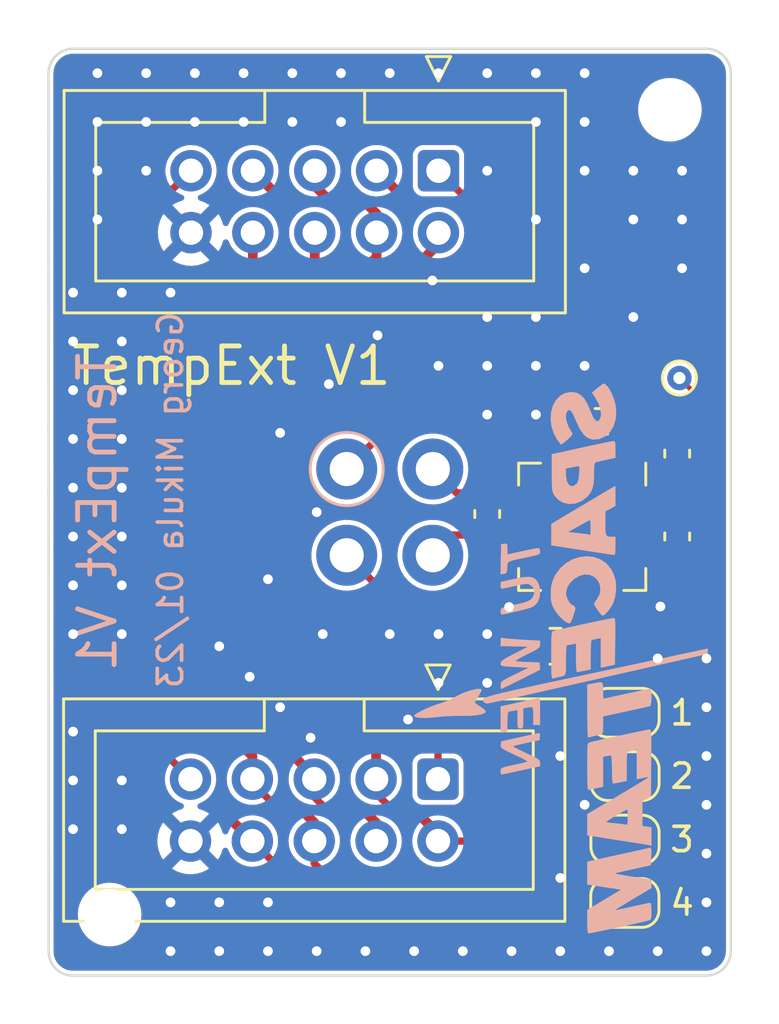
<source format=kicad_pcb>
(kicad_pcb (version 20211014) (generator pcbnew)
  (layers (0 "F.Cu" signal) (31 "B.Cu" signal) (34 "B.Paste" user) (35 "F.Paste" user) (36 "B.SilkS" user "B.Silkscreen") (37 "F.SilkS" user "F.Silkscreen") (38 "B.Mask" user) (39 "F.Mask" user) (44 "Edge.Cuts" user))
  (net 0 "")
  (net 1 "GND")
  (net 2 "Net-(R1-Pad1)")
  (net 3 "Net-(R1-Pad2)")
  (net 5 "/SPI_CLK")
  (net 6 "/SPI_MOSI")
  (net 7 "/SPI_MISO")
  (net 8 "+3V3")
  (net 9 "Net-(J2-Pad8)")
  (net 10 "Net-(J2-Pad7)")
  (net 11 "Net-(J2-Pad6)")
  (net 12 "Net-(J2-Pad5)")
  (net 13 "/SPI_NSS")
  (net 14 "Net-(J2-Pad9)")
  (net 15 "Net-(J1-Pad3)")
  (net 16 "Net-(U1-Pad7)")
  (net 17 "Net-(U1-Pad9)")
  (net 18 "Net-(U1-Pad5)")
  (net 19 "Net-(J2-Pad3)")
  (net 20 "Net-(U1-Pad18)")
  (footprint "TestPoint:TestPoint_THTPad_D1.0mm_Drill0.5mm" (layer "F.Cu") (at 134.891106 106.499999)
    (fp_text reference "TP1" hide)
    (fp_text value "TestPoint" hide)
    (pad "1" thru_hole circle (at 0 0) (size 1 1) (drill 0.5) (layers *.Cu *.Mask) (net 20 "Net-(U1-Pad18)"))
  )
  (footprint "Resistor_SMD:R_0805_2012Metric" (layer "F.Cu") (at 129.8 117.5)
    (fp_text reference "R2" hide)
    (fp_text value "0R" hide)
    (pad "1" smd roundrect (at -0.9125 0) (size 1.025 1.4) (layers "F.Cu" "F.Paste" "F.Mask") (roundrect_rratio 0.243902439) (net 6 "/SPI_MOSI"))
    (pad "2" smd roundrect (at 0.9125 0) (size 1.025 1.4) (layers "F.Cu" "F.Paste" "F.Mask") (roundrect_rratio 0.243902439) (net 19 "Net-(J2-Pad3)"))
  )
  (footprint "Jumper:SolderJumper-2_P1.3mm_Open_RoundedPad1.0x1.5mm" (layer "F.Cu") (at 132.657233 122.825 180)
    (fp_text reference "JP2" hide)
    (fp_text value "Jumper_2_Open" hide)
    (pad "1" smd custom (at -0.65 0 180) (size 1 0.5) (layers "F.Cu" "F.Mask") (net 13 "/SPI_NSS") (options (clearance outline) (anchor rect)) (primitives (gr_circle (center 0 0.25) (end 0.5 0.25) (width 0) (fill yes)) (gr_circle (center 0 -0.25) (end 0.5 -0.25) (width 0) (fill yes)) (gr_poly (pts (xy 0.5 0.75) (xy 0 0.75) (xy 0 -0.75) (xy 0.5 -0.75)) (width 0) (fill yes))))
    (pad "2" smd custom (at 0.65 0 180) (size 1 0.5) (layers "F.Cu" "F.Mask") (net 11 "Net-(J2-Pad6)") (options (clearance outline) (anchor rect)) (primitives (gr_circle (center 0 0.25) (end 0.5 0.25) (width 0) (fill yes)) (gr_circle (center 0 -0.25) (end 0.5 -0.25) (width 0) (fill yes)) (gr_poly (pts (xy 0 0.75) (xy -0.5 0.75) (xy -0.5 -0.75) (xy 0 -0.75)) (width 0) (fill yes))))
  )
  (footprint "Jumper:SolderJumper-2_P1.3mm_Open_RoundedPad1.0x1.5mm" (layer "F.Cu") (at 132.657233 125.425 180)
    (fp_text reference "JP3" hide)
    (fp_text value "Jumper_2_Open" hide)
    (pad "1" smd custom (at -0.65 0 180) (size 1 0.5) (layers "F.Cu" "F.Mask") (net 13 "/SPI_NSS") (options (clearance outline) (anchor rect)) (primitives (gr_circle (center 0 0.25) (end 0.5 0.25) (width 0) (fill yes)) (gr_circle (center 0 -0.25) (end 0.5 -0.25) (width 0) (fill yes)) (gr_poly (pts (xy 0.5 0.75) (xy 0 0.75) (xy 0 -0.75) (xy 0.5 -0.75)) (width 0) (fill yes))))
    (pad "2" smd custom (at 0.65 0 180) (size 1 0.5) (layers "F.Cu" "F.Mask") (net 10 "Net-(J2-Pad7)") (options (clearance outline) (anchor rect)) (primitives (gr_circle (center 0 0.25) (end 0.5 0.25) (width 0) (fill yes)) (gr_circle (center 0 -0.25) (end 0.5 -0.25) (width 0) (fill yes)) (gr_poly (pts (xy 0 0.75) (xy -0.5 0.75) (xy -0.5 -0.75) (xy 0 -0.75)) (width 0) (fill yes))))
  )
  (footprint "Jumper:SolderJumper-2_P1.3mm_Open_RoundedPad1.0x1.5mm" (layer "F.Cu") (at 132.65 128.025 180)
    (fp_text reference "JP4" hide)
    (fp_text value "Jumper_2_Open" hide)
    (pad "1" smd custom (at -0.65 0 180) (size 1 0.5) (layers "F.Cu" "F.Mask") (net 13 "/SPI_NSS") (options (clearance outline) (anchor rect)) (primitives (gr_circle (center 0 0.25) (end 0.5 0.25) (width 0) (fill yes)) (gr_circle (center 0 -0.25) (end 0.5 -0.25) (width 0) (fill yes)) (gr_poly (pts (xy 0.5 0.75) (xy 0 0.75) (xy 0 -0.75) (xy 0.5 -0.75)) (width 0) (fill yes))))
    (pad "2" smd custom (at 0.65 0 180) (size 1 0.5) (layers "F.Cu" "F.Mask") (net 9 "Net-(J2-Pad8)") (options (clearance outline) (anchor rect)) (primitives (gr_circle (center 0 0.25) (end 0.5 0.25) (width 0) (fill yes)) (gr_circle (center 0 -0.25) (end 0.5 -0.25) (width 0) (fill yes)) (gr_poly (pts (xy 0 0.75) (xy -0.5 0.75) (xy -0.5 -0.75) (xy 0 -0.75)) (width 0) (fill yes))))
  )
  (footprint "Jumper:SolderJumper-2_P1.3mm_Open_RoundedPad1.0x1.5mm" (layer "F.Cu") (at 132.657233 120.225 180)
    (fp_text reference "JP1" hide)
    (fp_text value "Jumper_2_Open" hide)
    (pad "1" smd custom (at -0.65 0 180) (size 1 0.5) (layers "F.Cu" "F.Mask") (net 13 "/SPI_NSS") (options (clearance outline) (anchor rect)) (primitives (gr_circle (center 0 0.25) (end 0.5 0.25) (width 0) (fill yes)) (gr_circle (center 0 -0.25) (end 0.5 -0.25) (width 0) (fill yes)) (gr_poly (pts (xy 0.5 0.75) (xy 0 0.75) (xy 0 -0.75) (xy 0.5 -0.75)) (width 0) (fill yes))))
    (pad "2" smd custom (at 0.65 0 180) (size 1 0.5) (layers "F.Cu" "F.Mask") (net 12 "Net-(J2-Pad5)") (options (clearance outline) (anchor rect)) (primitives (gr_circle (center 0 0.25) (end 0.5 0.25) (width 0) (fill yes)) (gr_circle (center 0 -0.25) (end 0.5 -0.25) (width 0) (fill yes)) (gr_poly (pts (xy 0 0.75) (xy -0.5 0.75) (xy -0.5 -0.75) (xy 0 -0.75)) (width 0) (fill yes))))
  )
  (footprint "Connector_IDC:IDC-Header_2x05_P2.54mm_Vertical" (layer "F.Cu") (at 125 98 -90)
    (fp_text reference "J3" hide)
    (fp_text value "Conn_01x10" hide)
    (pad "1" thru_hole roundrect (at 0 0 270) (size 1.7 1.7) (drill 1) (layers *.Cu *.Mask) (roundrect_rratio 0.1470588235) (net 8 "+3V3"))
    (pad "2" thru_hole circle (at 2.54 0 270) (size 1.7 1.7) (drill 1) (layers *.Cu *.Mask) (net 5 "/SPI_CLK"))
    (pad "3" thru_hole circle (at 0 2.54 270) (size 1.7 1.7) (drill 1) (layers *.Cu *.Mask) (net 19 "Net-(J2-Pad3)"))
    (pad "4" thru_hole circle (at 2.54 2.54 270) (size 1.7 1.7) (drill 1) (layers *.Cu *.Mask) (net 7 "/SPI_MISO"))
    (pad "5" thru_hole circle (at 0 5.08 270) (size 1.7 1.7) (drill 1) (layers *.Cu *.Mask) (net 12 "Net-(J2-Pad5)"))
    (pad "6" thru_hole circle (at 2.54 5.08 270) (size 1.7 1.7) (drill 1) (layers *.Cu *.Mask) (net 11 "Net-(J2-Pad6)"))
    (pad "7" thru_hole circle (at 0 7.62 270) (size 1.7 1.7) (drill 1) (layers *.Cu *.Mask) (net 10 "Net-(J2-Pad7)"))
    (pad "8" thru_hole circle (at 2.54 7.62 270) (size 1.7 1.7) (drill 1) (layers *.Cu *.Mask) (net 9 "Net-(J2-Pad8)"))
    (pad "9" thru_hole circle (at 0 10.16 270) (size 1.7 1.7) (drill 1) (layers *.Cu *.Mask) (net 14 "Net-(J2-Pad9)"))
    (pad "10" thru_hole circle (at 2.54 10.16 270) (size 1.7 1.7) (drill 1) (layers *.Cu *.Mask) (net 1 "GND"))
  )
  (footprint "Capacitor_SMD:C_0603_1608Metric_Pad1.08x0.95mm_HandSolder" (layer "F.Cu") (at 134.8 109.6 90)
    (fp_text reference "C2" hide)
    (fp_text value "100n" hide)
    (pad "1" smd roundrect (at -0.8625 0 90) (size 1.075 0.95) (layers "F.Cu" "F.Paste" "F.Mask") (net 8 "+3V3"))
    (pad "2" smd roundrect (at 0.8625 0 90) (size 1.075 0.95) (layers "F.Cu" "F.Paste" "F.Mask") (net 1 "GND"))
  )
  (footprint "Resistor_SMD:R_0603_1608Metric_Pad0.98x0.95mm_HandSolder" (layer "F.Cu") (at 131.685 108.275 180)
    (fp_text reference "R1" hide)
    (fp_text value "400" hide)
    (pad "1" smd roundrect (at -0.9125 0 180) (size 0.975 0.95) (layers "F.Cu" "F.Paste" "F.Mask") (net 2 "Net-(R1-Pad1)"))
    (pad "2" smd roundrect (at 0.9125 0 180) (size 0.975 0.95) (layers "F.Cu" "F.Paste" "F.Mask") (net 3 "Net-(R1-Pad2)"))
  )
  (footprint "Capacitor_SMD:C_0603_1608Metric_Pad1.08x0.95mm_HandSolder" (layer "F.Cu") (at 127 112.075 -90)
    (fp_text reference "C3" hide)
    (fp_text value "100n" hide)
    (pad "1" smd roundrect (at -0.8625 0 270) (size 1.075 0.95) (layers "F.Cu" "F.Paste" "F.Mask") (net 16 "Net-(U1-Pad7)"))
    (pad "2" smd roundrect (at 0.8625 0 270) (size 1.075 0.95) (layers "F.Cu" "F.Paste" "F.Mask") (net 15 "Net-(J1-Pad3)"))
  )
  (footprint "Package_DFN_QFN:TQFN-20-1EP_5x5mm_P0.65mm_EP3.25x3.25mm" (layer "F.Cu") (at 130.9 112.6 -90)
    (fp_text reference "U1" hide)
    (fp_text value "MAX31865xTP" hide)
    (pad "1" smd roundrect (at -2.4375 -1.3 270) (size 0.825 0.3) (layers "F.Cu" "F.Paste" "F.Mask") (net 2 "Net-(R1-Pad1)"))
    (pad "2" smd roundrect (at -2.4375 -0.65 270) (size 0.825 0.3) (layers "F.Cu" "F.Paste" "F.Mask") (net 2 "Net-(R1-Pad1)"))
    (pad "3" smd roundrect (at -2.4375 0 270) (size 0.825 0.3) (layers "F.Cu" "F.Paste" "F.Mask") (net 3 "Net-(R1-Pad2)"))
    (pad "4" smd roundrect (at -2.4375 0.65 270) (size 0.825 0.3) (layers "F.Cu" "F.Paste" "F.Mask") (net 3 "Net-(R1-Pad2)"))
    (pad "5" smd roundrect (at -2.4375 1.3 270) (size 0.825 0.3) (layers "F.Cu" "F.Paste" "F.Mask") (net 18 "Net-(U1-Pad5)"))
    (pad "6" smd roundrect (at -1.3 2.4375 270) (size 0.3 0.825) (layers "F.Cu" "F.Paste" "F.Mask") (net 1 "GND"))
    (pad "7" smd roundrect (at -0.65 2.4375 270) (size 0.3 0.825) (layers "F.Cu" "F.Paste" "F.Mask") (net 16 "Net-(U1-Pad7)"))
    (pad "8" smd roundrect (at 0 2.4375 270) (size 0.3 0.825) (layers "F.Cu" "F.Paste" "F.Mask") (net 15 "Net-(J1-Pad3)"))
    (pad "9" smd roundrect (at 0.65 2.4375 270) (size 0.3 0.825) (layers "F.Cu" "F.Paste" "F.Mask") (net 17 "Net-(U1-Pad9)"))
    (pad "10" smd roundrect (at 1.3 2.4375 270) (size 0.3 0.825) (layers "F.Cu" "F.Paste" "F.Mask") (net 1 "GND"))
    (pad "11" smd roundrect (at 2.4375 1.3 270) (size 0.825 0.3) (layers "F.Cu" "F.Paste" "F.Mask") (net 6 "/SPI_MOSI"))
    (pad "12" smd roundrect (at 2.4375 0.65 270) (size 0.825 0.3) (layers "F.Cu" "F.Paste" "F.Mask") (net 5 "/SPI_CLK"))
    (pad "13" smd roundrect (at 2.4375 0 270) (size 0.825 0.3) (layers "F.Cu" "F.Paste" "F.Mask") (net 13 "/SPI_NSS"))
    (pad "14" smd roundrect (at 2.4375 -0.65 270) (size 0.825 0.3) (layers "F.Cu" "F.Paste" "F.Mask") (net 7 "/SPI_MISO"))
    (pad "15" smd roundrect (at 2.4375 -1.3 270) (size 0.825 0.3) (layers "F.Cu" "F.Paste" "F.Mask") (net 1 "GND"))
    (pad "16" smd roundrect (at 1.3 -2.4375 270) (size 0.3 0.825) (layers "F.Cu" "F.Paste" "F.Mask") (net 1 "GND"))
    (pad "17" smd roundrect (at 0.65 -2.4375 270) (size 0.3 0.825) (layers "F.Cu" "F.Paste" "F.Mask"))
    (pad "18" smd roundrect (at 0 -2.4375 270) (size 0.3 0.825) (layers "F.Cu" "F.Paste" "F.Mask") (net 20 "Net-(U1-Pad18)"))
    (pad "19" smd roundrect (at -0.65 -2.4375 270) (size 0.3 0.825) (layers "F.Cu" "F.Paste" "F.Mask") (net 8 "+3V3"))
    (pad "20" smd roundrect (at -1.3 -2.4375 270) (size 0.3 0.825) (layers "F.Cu" "F.Paste" "F.Mask") (net 8 "+3V3"))
    (pad "21" smd rect (at 0 0 270) (size 3.25 3.25) (layers "F.Cu" "F.Mask") (net 1 "GND"))
  )
  (footprint "Capacitor_SMD:C_0603_1608Metric_Pad1.08x0.95mm_HandSolder" (layer "F.Cu") (at 134.8 113 -90)
    (fp_text reference "C1" hide)
    (fp_text value "100n" hide)
    (pad "1" smd roundrect (at -0.8625 0 270) (size 1.075 0.95) (layers "F.Cu" "F.Paste" "F.Mask") (net 8 "+3V3"))
    (pad "2" smd roundrect (at 0.8625 0 270) (size 1.075 0.95) (layers "F.Cu" "F.Paste" "F.Mask") (net 1 "GND"))
  )
  (footprint "Connector_IDC:IDC-Header_2x05_P2.54mm_Vertical" (layer "F.Cu") (at 124.98 122.9475 -90)
    (fp_text reference "J2" hide)
    (fp_text value "Conn_01x10" hide)
    (pad "1" thru_hole roundrect (at 0 0 270) (size 1.7 1.7) (drill 1) (layers *.Cu *.Mask) (roundrect_rratio 0.1470588235) (net 8 "+3V3"))
    (pad "2" thru_hole circle (at 2.54 0 270) (size 1.7 1.7) (drill 1) (layers *.Cu *.Mask) (net 5 "/SPI_CLK"))
    (pad "3" thru_hole circle (at 0 2.54 270) (size 1.7 1.7) (drill 1) (layers *.Cu *.Mask) (net 19 "Net-(J2-Pad3)"))
    (pad "4" thru_hole circle (at 2.54 2.54 270) (size 1.7 1.7) (drill 1) (layers *.Cu *.Mask) (net 7 "/SPI_MISO"))
    (pad "5" thru_hole circle (at 0 5.08 270) (size 1.7 1.7) (drill 1) (layers *.Cu *.Mask) (net 12 "Net-(J2-Pad5)"))
    (pad "6" thru_hole circle (at 2.54 5.08 270) (size 1.7 1.7) (drill 1) (layers *.Cu *.Mask) (net 11 "Net-(J2-Pad6)"))
    (pad "7" thru_hole circle (at 0 7.62 270) (size 1.7 1.7) (drill 1) (layers *.Cu *.Mask) (net 10 "Net-(J2-Pad7)"))
    (pad "8" thru_hole circle (at 2.54 7.62 270) (size 1.7 1.7) (drill 1) (layers *.Cu *.Mask) (net 9 "Net-(J2-Pad8)"))
    (pad "9" thru_hole circle (at 0 10.16 270) (size 1.7 1.7) (drill 1) (layers *.Cu *.Mask) (net 14 "Net-(J2-Pad9)"))
    (pad "10" thru_hole circle (at 2.54 10.16 270) (size 1.7 1.7) (drill 1) (layers *.Cu *.Mask) (net 1 "GND"))
  )
  (footprint "TXV_Library_Footprints:TE_M12_4_Pin_PCB" (layer "B.Cu") (at 123 112 180)
    (fp_text reference "J1" hide)
    (fp_text value "Conn_01x04" hide)
    (pad "1" thru_hole circle locked (at 1.767767 1.767767 270) (size 2.5 2.5) (drill 1.4) (layers *.Cu *.Mask) (net 18 "Net-(U1-Pad5)"))
    (pad "2" thru_hole circle locked (at -1.767767 1.767767 270) (size 2.5 2.5) (drill 1.4) (layers *.Cu *.Mask) (net 16 "Net-(U1-Pad7)"))
    (pad "3" thru_hole circle locked (at -1.767767 -1.767767 270) (size 2.5 2.5) (drill 1.4) (layers *.Cu *.Mask) (net 15 "Net-(J1-Pad3)"))
    (pad "4" thru_hole circle locked (at 1.767767 -1.767767 270) (size 2.5 2.5) (drill 1.4) (layers *.Cu *.Mask) (net 17 "Net-(U1-Pad9)"))
  )
  (footprint "MountingHole:MountingHole_2.1mm" (layer "B.Cu") (at 111.5 128.5 180)
    (fp_text reference "H2" hide)
    (fp_text value "MountingHole" hide)
    (pad "" np_thru_hole circle (at 0 0 180) (size 2.1 2.1) (drill 2.1) (layers *.Cu *.Mask))
  )
  (footprint "TXV_Library_Footprints:ST_Logo_new" (layer "B.Cu") (at 130 118 -90)
    (fp_text reference "G1" hide)
    (fp_text value "SpaceTeam_LOGO" hide)
  )
  (footprint "MountingHole:MountingHole_2.1mm" (layer "B.Cu") (at 134.5 95.5 180)
    (fp_text reference "H1" hide)
    (fp_text value "MountingHole" hide)
    (pad "" np_thru_hole circle (at 0 0 180) (size 2.1 2.1) (drill 2.1) (layers *.Cu *.Mask))
  )
  (gr_line (start 137 94) (end 137 129.992893) (layer "Edge.Cuts") (width 0.1))
  (gr_arc (start 137 129.992893) (mid 136.707535 130.70251) (end 136 131) (layer "Edge.Cuts") (width 0.1))
  (gr_arc (start 110 131) (mid 109.287657 130.712343) (end 109 130) (layer "Edge.Cuts") (width 0.1))
  (gr_line (start 110 93) (end 135.992893 93) (layer "Edge.Cuts") (width 0.1))
  (gr_arc (start 135.992893 93) (mid 136.70251 93.292465) (end 137 94) (layer "Edge.Cuts") (width 0.1))
  (gr_line (start 136 131) (end 110 131) (layer "Edge.Cuts") (width 0.1))
  (gr_arc (start 108.992893 94.007107) (mid 109.289957 93.297064) (end 110 93) (layer "Edge.Cuts") (width 0.1))
  (gr_line (start 109 130) (end 108.992893 94.007107) (layer "Edge.Cuts") (width 0.1))
  (gr_text "TempExt V1" (at 111 112 90) (layer "B.SilkS") (effects (font (size 1.5 1.5) (thickness 0.2)) (justify mirror)))
  (gr_text "Georg Mikula 01/23" (at 114 111.5 90) (layer "B.SilkS") (effects (font (size 1 1)) (justify mirror)))
  (gr_text "TempExt V1" (at 116.5 106) (layer "F.SilkS") (effects (font (size 1.5 1.5) (thickness 0.2))))
  (gr_text "4" (at 135 128.025) (layer "F.SilkS") (effects (font (size 1 1))))
  (gr_text "2" (at 135 122.825) (layer "F.SilkS") (effects (font (size 1 1))))
  (gr_text "1" (at 135 120.225) (layer "F.SilkS") (effects (font (size 1 1))))
  (gr_text "3" (at 135 125.425) (layer "F.SilkS") (effects (font (size 1 1))))
  (segment (start 129.6 111.3) (end 130.9 112.6) (width 0.3) (layer "F.Cu") (net 1))
  (segment (start 129.6 113.9) (end 130.9 112.6) (width 0.3) (layer "F.Cu") (net 1))
  (segment (start 128.4625 113.9) (end 129.6 113.9) (width 0.3) (layer "F.Cu") (net 1))
  (segment (start 133.3375 113.9) (end 132.2 113.9) (width 0.3) (layer "F.Cu") (net 1))
  (segment (start 132.2 113.9) (end 130.9 112.6) (width 0.3) (layer "F.Cu") (net 1))
  (segment (start 128.4625 111.3) (end 129.6 111.3) (width 0.3) (layer "F.Cu") (net 1))
  (via (at 127 106) (size 0.8) (drill 0.4) (layers "F.Cu" "B.Cu") (net 1))
  (via (at 131 96) (size 0.8) (drill 0.4) (layers "F.Cu" "B.Cu") (net 1))
  (via (at 131 106) (size 0.8) (drill 0.4) (layers "F.Cu" "B.Cu") (net 1))
  (via (at 120 112) (size 0.8) (drill 0.4) (layers "F.Cu" "B.Cu") (net 1))
  (via (at 119 94) (size 0.8) (drill 0.4) (layers "F.Cu" "B.Cu") (net 1))
  (via (at 123 94) (size 0.8) (drill 0.4) (layers "F.Cu" "B.Cu") (net 1))
  (via (at 129 108) (size 0.8) (drill 0.4) (layers "F.Cu" "B.Cu") (net 1))
  (via (at 118 128) (size 0.8) (drill 0.4) (layers "F.Cu" "B.Cu") (net 1))
  (via (at 111 100) (size 0.8) (drill 0.4) (layers "F.Cu" "B.Cu") (net 1))
  (via (at 135 100) (size 0.8) (drill 0.4) (layers "F.Cu" "B.Cu") (net 1))
  (via (at 136 122) (size 0.8) (drill 0.4) (layers "F.Cu" "B.Cu") (net 1))
  (via (at 121 96) (size 0.8) (drill 0.4) (layers "F.Cu" "B.Cu") (net 1))
  (via (at 115 94) (size 0.8) (drill 0.4) (layers "F.Cu" "B.Cu") (net 1))
  (via (at 110 115) (size 0.8) (drill 0.4) (layers "F.Cu" "B.Cu") (net 1))
  (via (at 110 121) (size 0.8) (drill 0.4) (layers "F.Cu" "B.Cu") (net 1))
  (via (at 135 98) (size 0.8) (drill 0.4) (layers "F.Cu" "B.Cu") (net 1))
  (via (at 117.25 118.75) (size 0.8) (drill 0.4) (layers "F.Cu" "B.Cu") (net 1))
  (via (at 130 127) (size 0.8) (drill 0.4) (layers "F.Cu" "B.Cu") (net 1))
  (via (at 125 94) (size 0.8) (drill 0.4) (layers "F.Cu" "B.Cu") (net 1))
  (via (at 120.5 106.75) (size 0.8) (drill 0.4) (layers "F.Cu" "B.Cu") (net 1))
  (via (at 129 96) (size 0.8) (drill 0.4) (layers "F.Cu" "B.Cu") (net 1))
  (via (at 112 103) (size 0.8) (drill 0.4) (layers "F.Cu" "B.Cu") (net 1))
  (via (at 113 94) (size 0.8) (drill 0.4) (layers "F.Cu" "B.Cu") (net 1))
  (via (at 136 128) (size 0.8) (drill 0.4) (layers "F.Cu" "B.Cu") (net 1))
  (via (at 110 111) (size 0.8) (drill 0.4) (layers "F.Cu" "B.Cu") (net 1))
  (via (at 127 98) (size 0.8) (drill 0.4) (layers "F.Cu" "B.Cu") (net 1))
  (via (at 131 94) (size 0.8) (drill 0.4) (layers "F.Cu" "B.Cu") (net 1))
  (via (at 110 105) (size 0.8) (drill 0.4) (layers "F.Cu" "B.Cu") (net 1))
  (via (at 127 117) (size 0.8) (drill 0.4) (layers "F.Cu" "B.Cu") (net 1))
  (via (at 127.9 115.89) (size 0.8) (drill 0.4) (layers "F.Cu" "B.Cu") (net 1))
  (via (at 134 130) (size 0.8) (drill 0.4) (layers "F.Cu" "B.Cu") (net 1))
  (via (at 131 102) (size 0.8) (drill 0.4) (layers "F.Cu" "B.Cu") (net 1))
  (via (at 115 96) (size 0.8) (drill 0.4) (layers "F.Cu" "B.Cu") (net 1))
  (via (at 114 130) (size 0.8) (drill 0.4) (layers "F.Cu" "B.Cu") (net 1))
  (via (at 136 118) (size 0.8) (drill 0.4) (layers "F.Cu" "B.Cu") (net 1))
  (via (at 125 119) (size 0.8) (drill 0.4) (layers "F.Cu" "B.Cu") (net 1))
  (via (at 125 117) (size 0.8) (drill 0.4) (layers "F.Cu" "B.Cu") (net 1))
  (via (at 110 109) (size 0.8) (drill 0.4) (layers "F.Cu" "B.Cu") (net 1))
  (via (at 129 106) (size 0.8) (drill 0.4) (layers "F.Cu" "B.Cu") (net 1))
  (via (at 119.75 121.25) (size 0.8) (drill 0.4) (layers "F.Cu" "B.Cu") (net 1))
  (via (at 120.25 117) (size 0.8) (drill 0.4) (layers "F.Cu" "B.Cu") (net 1))
  (via (at 123.75 120.5) (size 0.8) (drill 0.4) (layers "F.Cu" "B.Cu") (net 1))
  (via (at 122 130) (size 0.8) (drill 0.4) (layers "F.Cu" "B.Cu") (net 1))
  (via (at 110 103) (size 0.8) (drill 0.4) (layers "F.Cu" "B.Cu") (net 1))
  (via (at 128 130) (size 0.8) (drill 0.4) (layers "F.Cu" "B.Cu") (net 1))
  (via (at 129 100) (size 0.8) (drill 0.4) (layers "F.Cu" "B.Cu") (net 1))
  (via (at 131 98) (size 0.8) (drill 0.4) (layers "F.Cu" "B.Cu") (net 1))
  (via (at 112 109) (size 0.8) (drill 0.4) (layers "F.Cu" "B.Cu") (net 1))
  (via (at 111 98) (size 0.8) (drill 0.4) (layers "F.Cu" "B.Cu") (net 1))
  (via (at 124.75 102.5) (size 0.8) (drill 0.4) (layers "F.Cu" "B.Cu") (net 1))
  (via (at 133 100) (size 0.8) (drill 0.4) (layers "F.Cu" "B.Cu") (net 1))
  (via (at 130 122) (size 0.8) (drill 0.4) (layers "F.Cu" "B.Cu") (net 1))
  (via (at 124 130) (size 0.8) (drill 0.4) (layers "F.Cu" "B.Cu") (net 1))
  (via (at 130 130) (size 0.8) (drill 0.4) (layers "F.Cu" "B.Cu") (net 1))
  (via (at 123 117) (size 0.8) (drill 0.4) (layers "F.Cu" "B.Cu") (net 1))
  (via (at 129 94) (size 0.8) (drill 0.4) (layers "F.Cu" "B.Cu") (net 1))
  (via (at 126 130) (size 0.8) (drill 0.4) (layers "F.Cu" "B.Cu") (net 1))
  (via (at 116 130) (size 0.8) (drill 0.4) (layers "F.Cu" "B.Cu") (net 1))
  (via (at 136 124) (size 0.8) (drill 0.4) (layers "F.Cu" "B.Cu") (net 1))
  (via (at 118.5 108.75) (size 0.8) (drill 0.4) (layers "F.Cu" "B.Cu") (net 1))
  (via (at 112 115) (size 0.8) (drill 0.4) (layers "F.Cu" "B.Cu") (net 1))
  (via (at 136 126) (size 0.8) (drill 0.4) (layers "F.Cu" "B.Cu") (net 1))
  (via (at 129 104) (size 0.8) (drill 0.4) (layers "F.Cu" "B.Cu") (net 1))
  (via (at 133 104) (size 0.8) (drill 0.4) (layers "F.Cu" "B.Cu") (net 1))
  (via (at 131 124) (size 0.8) (drill 0.4) (layers "F.Cu" "B.Cu") (net 1))
  (via (at 134 118) (size 0.8) (drill 0.4) (layers "F.Cu" "B.Cu") (net 1))
  (via (at 112 113) (size 0.8) (drill 0.4) (layers "F.Cu" "B.Cu") (net 1))
  (via (at 116 117.5) (size 0.8) (drill 0.4) (layers "F.Cu" "B.Cu") (net 1))
  (via (at 118.5 120) (size 0.8) (drill 0.4) (layers "F.Cu" "B.Cu") (net 1))
  (via (at 133 98) (size 0.8) (drill 0.4) (layers "F.Cu" "B.Cu") (net 1))
  (via (at 112 107) (size 0.8) (drill 0.4) (layers "F.Cu" "B.Cu") (net 1))
  (via (at 117 94) (size 0.8) (drill 0.4) (layers "F.Cu" "B.Cu") (net 1))
  (via (at 122.5 104.75) (size 0.8) (drill 0.4) (layers "F.Cu" "B.Cu") (net 1))
  (via (at 110 125) (size 0.8) (drill 0.4) (layers "F.Cu" "B.Cu") (net 1))
  (via (at 110 107) (size 0.8) (drill 0.4) (layers "F.Cu" "B.Cu") (net 1))
  (via (at 112 111) (size 0.8) (drill 0.4) (layers "F.Cu" "B.Cu") (net 1))
  (via (at 114 128) (size 0.8) (drill 0.4) (layers "F.Cu" "B.Cu") (net 1))
  (via (at 112 105) (size 0.8) (drill 0.4) (layers "F.Cu" "B.Cu") (net 1))
  (via (at 119 96) (size 0.8) (drill 0.4) (layers "F.Cu" "B.Cu") (net 1))
  (via (at 136 130) (size 0.8) (drill 0.4) (layers "F.Cu" "B.Cu") (net 1))
  (via (at 111 94) (size 0.8) (drill 0.4) (layers "F.Cu" "B.Cu") (net 1))
  (via (at 127 108) (size 0.8) (drill 0.4) (layers "F.Cu" "B.Cu") (net 1))
  (via (at 110 113) (size 0.8) (drill 0.4) (layers "F.Cu" "B.Cu") (net 1))
  (via (at 113 96) (size 0.8) (drill 0.4) (layers "F.Cu" "B.Cu") (net 1))
  (via (at 118 130) (size 0.8) (drill 0.4) (layers "F.Cu" "B.Cu") (net 1))
  (via (at 116 128) (size 0.8) (drill 0.4) (layers "F.Cu" "B.Cu") (net 1))
  (via (at 132 130) (size 0.8) (drill 0.4) (layers "F.Cu" "B.Cu") (net 1))
  (via (at 127 104) (size 0.8) (drill 0.4) (layers "F.Cu" "B.Cu") (net 1))
  (via (at 111 96) (size 0.8) (drill 0.4) (layers "F.Cu" "B.Cu") (net 1))
  (via (at 125 106) (size 0.8) (drill 0.4) (layers "F.Cu" "B.Cu") (net 1))
  (via (at 127 94) (size 0.8) (drill 0.4) (layers "F.Cu" "B.Cu") (net 1))
  (via (at 112 125) (size 0.8) (drill 0.4) (layers "F.Cu" "B.Cu") (net 1))
  (via (at 118 114.75) (size 0.8) (drill 0.4) (layers "F.Cu" "B.Cu") (net 1))
  (via (at 136 120) (size 0.8) (drill 0.4) (layers "F.Cu" "B.Cu") (net 1))
  (via (at 135 102) (size 0.8) (drill 0.4) (layers "F.Cu" "B.Cu") (net 1))
  (via (at 112 123) (size 0.8) (drill 0.4) (layers "F.Cu" "B.Cu") (net 1))
  (via (at 114 103) (size 0.8) (drill 0.4) (layers "F.Cu" "B.Cu") (net 1))
  (via (at 112 117) (size 0.8) (drill 0.4) (layers "F.Cu" "B.Cu") (net 1))
  (via (at 127 119) (size 0.8) (drill 0.4) (layers "F.Cu" "B.Cu") (net 1))
  (via (at 110 117) (size 0.8) (drill 0.4) (layers "F.Cu" "B.Cu") (net 1))
  (via (at 117 96) (size 0.8) (drill 0.4) (layers "F.Cu" "B.Cu") (net 1))
  (via (at 120 130) (size 0.8) (drill 0.4) (layers "F.Cu" "B.Cu") (net 1))
  (via (at 134.11 115.87) (size 0.8) (drill 0.4) (layers "F.Cu" "B.Cu") (net 1))
  (via (at 113 98) (size 0.8) (drill 0.4) (layers "F.Cu" "B.Cu") (net 1))
  (via (at 110 123) (size 0.8) (drill 0.4) (layers "F.Cu" "B.Cu") (net 1))
  (via (at 121 94) (size 0.8) (drill 0.4) (layers "F.Cu" "B.Cu") (net 1))
  (segment (start 131.55 110.1625) (end 132.2 110.1625) (width 0.3) (layer "F.Cu") (net 2))
  (segment (start 132.5975 109.765) (end 132.5975 108.275) (width 0.3) (layer "F.Cu") (net 2))
  (segment (start 132.2 110.1625) (end 132.5975 109.765) (width 0.3) (layer "F.Cu") (net 2))
  (segment (start 130.25 110.1625) (end 130.25 108.7975) (width 0.3) (layer "F.Cu") (net 3))
  (segment (start 130.9 110.1625) (end 130.25 110.1625) (width 0.3) (layer "F.Cu") (net 3))
  (segment (start 130.25 108.7975) (end 130.7725 108.275) (width 0.3) (layer "F.Cu") (net 3))
  (segment (start 125 101) (end 117 109) (width 0.4) (layer "F.Cu") (net 5))
  (segment (start 127.44 120.86) (end 127.44 124.35) (width 0.3) (layer "F.Cu") (net 5))
  (segment (start 127.44 124.35) (end 126.3025 125.4875) (width 0.3) (layer "F.Cu") (net 5))
  (segment (start 123.73 123.93) (end 124.98 125.18) (width 0.4) (layer "F.Cu") (net 5))
  (segment (start 130.25 116.401472) (end 129.75 116.901472) (width 0.3) (layer "F.Cu") (net 5))
  (segment (start 129.75 118.55) (end 127.44 120.86) (width 0.3) (layer "F.Cu") (net 5))
  (segment (start 129.75 116.901472) (end 129.75 118.55) (width 0.3) (layer "F.Cu") (net 5))
  (segment (start 126.3025 125.4875) (end 124.98 125.4875) (width 0.3) (layer "F.Cu") (net 5))
  (segment (start 123.73 121.845) (end 123.73 123.93) (width 0.4) (layer "F.Cu") (net 5))
  (segment (start 117 115.115) (end 123.73 121.845) (width 0.4) (layer "F.Cu") (net 5))
  (segment (start 125 100.54) (end 125 101) (width 0.4) (layer "F.Cu") (net 5))
  (segment (start 124.98 125.18) (end 124.98 125.4875) (width 0.4) (layer "F.Cu") (net 5))
  (segment (start 117 109) (end 117 115.115) (width 0.4) (layer "F.Cu") (net 5))
  (segment (start 130.25 115.0375) (end 130.25 116.401472) (width 0.3) (layer "F.Cu") (net 5))
  (segment (start 129.6 116.13) (end 129.6 115.0375) (width 0.3) (layer "F.Cu") (net 6))
  (segment (start 128.8875 117.5) (end 128.8875 116.8425) (width 0.3) (layer "F.Cu") (net 6))
  (segment (start 128.8875 116.8425) (end 129.6 116.13) (width 0.3) (layer "F.Cu") (net 6))
  (segment (start 127.75 96.75) (end 136.1 105.1) (width 0.4) (layer "F.Cu") (net 7))
  (segment (start 115.6 108.4) (end 115.6 115.6) (width 0.4) (layer "F.Cu") (net 7))
  (segment (start 121.19 121.19) (end 121.19 123.49) (width 0.4) (layer "F.Cu") (net 7))
  (segment (start 121.21 97.38) (end 121.84 96.75) (width 0.4) (layer "F.Cu") (net 7))
  (segment (start 132.79 116.89) (end 131.55 115.65) (width 0.4) (layer "F.Cu") (net 7))
  (segment (start 136.1 105.1) (end 136.1 115.98) (width 0.4) (layer "F.Cu") (net 7))
  (segment (start 122.44 124.74) (end 122.44 125.4875) (width 0.4) (layer "F.Cu") (net 7))
  (segment (start 136.1 115.98) (end 135.19 116.89) (width 0.4) (layer "F.Cu") (net 7))
  (segment (start 121.84 96.75) (end 127.75 96.75) (width 0.4) (layer "F.Cu") (net 7))
  (segment (start 121.19 123.49) (end 122.44 124.74) (width 0.4) (layer "F.Cu") (net 7))
  (segment (start 131.55 115.65) (end 131.55 115.0375) (width 0.4) (layer "F.Cu") (net 7))
  (segment (start 115.6 115.6) (end 121.19 121.19) (width 0.4) (layer "F.Cu") (net 7))
  (segment (start 122.46 101.54) (end 115.6 108.4) (width 0.4) (layer "F.Cu") (net 7))
  (segment (start 122.46 100.54) (end 122.46 99.767767) (width 0.4) (layer "F.Cu") (net 7))
  (segment (start 122.46 100.54) (end 122.46 101.54) (width 0.4) (layer "F.Cu") (net 7))
  (segment (start 122.46 99.767767) (end 121.21 98.517767) (width 0.4) (layer "F.Cu") (net 7))
  (segment (start 135.19 116.89) (end 132.79 116.89) (width 0.4) (layer "F.Cu") (net 7))
  (segment (start 121.21 98.517767) (end 121.21 97.38) (width 0.4) (layer "F.Cu") (net 7))
  (segment (start 133.9625 111.3) (end 134.8 110.4625) (width 0.3) (layer "F.Cu") (net 8))
  (segment (start 133.3375 111.3) (end 133.9625 111.3) (width 0.3) (layer "F.Cu") (net 8))
  (segment (start 126.4 102) (end 128.5 102) (width 0.3) (layer "F.Cu") (net 8))
  (segment (start 133.81 107.31) (end 133.81 110.8275) (width 0.3) (layer "F.Cu") (net 8))
  (segment (start 124.98 120.48) (end 118.4 113.9) (width 0.3) (layer "F.Cu") (net 8))
  (segment (start 126.38 102.02) (end 126.38 99.38) (width 0.3) (layer "F.Cu") (net 8))
  (segment (start 124.98 122.9475) (end 124.98 120.48) (width 0.3) (layer "F.Cu") (net 8))
  (segment (start 118.4 113.9) (end 118.4 110) (width 0.3) (layer "F.Cu") (net 8))
  (segment (start 134.6125 111.95) (end 134.8 112.1375) (width 0.3) (layer "F.Cu") (net 8))
  (segment (start 126.38 99.38) (end 125 98) (width 0.3) (layer "F.Cu") (net 8))
  (segment (start 125.4 103) (end 126.38 102.02) (width 0.3) (layer "F.Cu") (net 8))
  (segment (start 128.5 102) (end 133.81 107.31) (width 0.3) (layer "F.Cu") (net 8))
  (segment (start 118.4 110) (end 125.4 103) (width 0.3) (layer "F.Cu") (net 8))
  (segment (start 133.3375 111.95) (end 134.6125 111.95) (width 0.3) (layer "F.Cu") (net 8))
  (segment (start 133.81 110.8275) (end 133.3375 111.3) (width 0.3) (layer "F.Cu") (net 8))
  (segment (start 125.4 103) (end 126.4 102) (width 0.3) (layer "F.Cu") (net 8))
  (segment (start 134.8 112.1375) (end 134.8 110.4625) (width 0.3) (layer "F.Cu") (net 8))
  (segment (start 117.38 102.62) (end 117.38 100.54) (width 0.4) (layer "F.Cu") (net 9))
  (segment (start 113 118.49) (end 113 107) (width 0.4) (layer "F.Cu") (net 9))
  (segment (start 117.36 125.4875) (end 116.11 124.2375) (width 0.4) (layer "F.Cu") (net 9))
  (segment (start 132 128.025) (end 131.275 128.75) (width 0.3) (layer "F.Cu") (net 9))
  (segment (start 116.11 124.2375) (end 116.11 121.6) (width 0.4) (layer "F.Cu") (net 9))
  (segment (start 113 107) (end 117.38 102.62) (width 0.4) (layer "F.Cu") (net 9))
  (segment (start 120.6225 128.75) (end 117.36 125.4875) (width 0.3) (layer "F.Cu") (net 9))
  (segment (start 116.11 121.6) (end 113 118.49) (width 0.4) (layer "F.Cu") (net 9))
  (segment (start 131.275 128.75) (end 120.6225 128.75) (width 0.3) (layer "F.Cu") (net 9))
  (segment (start 113.6 118.241472) (end 117.36 122.001472) (width 0.4) (layer "F.Cu") (net 10))
  (segment (start 118.67 99.29) (end 118.67 102.33) (width 0.4) (layer "F.Cu") (net 10))
  (segment (start 118.56 124.3) (end 117.36 123.1) (width 0.3) (layer "F.Cu") (net 10))
  (segment (start 118.56 125.844557) (end 118.56 124.3) (width 0.3) (layer "F.Cu") (net 10))
  (segment (start 117.36 122.001472) (end 117.36 122.9475) (width 0.4) (layer "F.Cu") (net 10))
  (segment (start 118.67 102.33) (end 113.6 107.4) (width 0.4) (layer "F.Cu") (net 10))
  (segment (start 113.6 107.4) (end 113.6 118.241472) (width 0.4) (layer "F.Cu") (net 10))
  (segment (start 126.75 128.25) (end 120.965443 128.25) (width 0.3) (layer "F.Cu") (net 10))
  (segment (start 120.965443 128.25) (end 118.56 125.844557) (width 0.3) (layer "F.Cu") (net 10))
  (segment (start 132.007233 125.425) (end 129.575 125.425) (width 0.3) (layer "F.Cu") (net 10))
  (segment (start 117.36 123.1) (end 117.36 122.9475) (width 0.3) (layer "F.Cu") (net 10))
  (segment (start 117.38 98) (end 118.67 99.29) (width 0.4) (layer "F.Cu") (net 10))
  (segment (start 129.575 125.425) (end 126.75 128.25) (width 0.3) (layer "F.Cu") (net 10))
  (segment (start 118.65 123.48) (end 118.65 122.442944) (width 0.4) (layer "F.Cu") (net 11))
  (segment (start 132.007233 122.825) (end 130.365 122.825) (width 0.3) (layer "F.Cu") (net 11))
  (segment (start 119.9 124.73) (end 118.65 123.48) (width 0.4) (layer "F.Cu") (net 11))
  (segment (start 119.9 126.4) (end 119.9 125.4875) (width 0.3) (layer "F.Cu") (net 11))
  (segment (start 114.2 107.8) (end 119.92 102.08) (width 0.4) (layer "F.Cu") (net 11))
  (segment (start 114.2 117.992944) (end 114.2 107.8) (width 0.4) (layer "F.Cu") (net 11))
  (segment (start 129.48 124.604212) (end 126.334212 127.75) (width 0.3) (layer "F.Cu") (net 11))
  (segment (start 121.25 127.75) (end 119.9 126.4) (width 0.3) (layer "F.Cu") (net 11))
  (segment (start 119.92 102.08) (end 119.92 100.54) (width 0.4) (layer "F.Cu") (net 11))
  (segment (start 126.334212 127.75) (end 121.25 127.75) (width 0.3) (layer "F.Cu") (net 11))
  (segment (start 118.65 122.442944) (end 114.2 117.992944) (width 0.4) (layer "F.Cu") (net 11))
  (segment (start 130.365 122.825) (end 129.48 123.71) (width 0.3) (layer "F.Cu") (net 11))
  (segment (start 129.48 123.71) (end 129.48 124.604212) (width 0.3) (layer "F.Cu") (net 11))
  (segment (start 119.9 125.4875) (end 119.9 124.73) (width 0.4) (layer "F.Cu") (net 11))
  (segment (start 119.9 122.844416) (end 119.9 122.9475) (width 0.4) (layer "F.Cu") (net 12))
  (segment (start 132.007233 120.225) (end 130.515 120.225) (width 0.3) (layer "F.Cu") (net 12))
  (segment (start 121.19 126.69) (end 121.19 124.97) (width 0.3) (layer "F.Cu") (net 12))
  (segment (start 121.75 127.25) (end 121.19 126.69) (width 0.3) (layer "F.Cu") (net 12))
  (segment (start 121.2 101.8) (end 115 108) (width 0.4) (layer "F.Cu") (net 12))
  (segment (start 119.92 98) (end 119.92 98.62) (width 0.4) (layer "F.Cu") (net 12))
  (segment (start 115 117.944416) (end 119.9 122.844416) (width 0.4) (layer "F.Cu") (net 12))
  (segment (start 119.9 123.68) (end 119.9 122.9475) (width 0.3) (layer "F.Cu") (net 12))
  (segment (start 115 108) (end 115 117.944416) (width 0.4) (layer "F.Cu") (net 12))
  (segment (start 130.515 120.225) (end 128.98 121.76) (width 0.3) (layer "F.Cu") (net 12))
  (segment (start 128.98 121.76) (end 128.98 124.397106) (width 0.3) (layer "F.Cu") (net 12))
  (segment (start 121.19 124.97) (end 119.9 123.68) (width 0.3) (layer "F.Cu") (net 12))
  (segment (start 128.98 124.397106) (end 126.127106 127.25) (width 0.3) (layer "F.Cu") (net 12))
  (segment (start 119.92 98.62) (end 121.2 99.9) (width 0.4) (layer "F.Cu") (net 12))
  (segment (start 126.127106 127.25) (end 121.75 127.25) (width 0.3) (layer "F.Cu") (net 12))
  (segment (start 121.2 99.9) (end 121.2 101.8) (width 0.4) (layer "F.Cu") (net 12))
  (segment (start 130.9 116.126472) (end 133.307233 118.533705) (width 0.3) (layer "F.Cu") (net 13))
  (segment (start 130.9 115.0375) (end 130.9 116.126472) (width 0.3) (layer "F.Cu") (net 13))
  (segment (start 133.307233 118.533705) (end 133.307233 120.225) (width 0.3) (layer "F.Cu") (net 13))
  (segment (start 133.307233 120.225) (end 133.307233 128.017767) (width 0.3) (layer "F.Cu") (net 13))
  (segment (start 133.307233 128.017767) (end 133.3 128.025) (width 0.3) (layer "F.Cu") (net 13))
  (segment (start 114.82 122.9475) (end 111 119.1275) (width 0.3) (layer "F.Cu") (net 14))
  (segment (start 111 119.1275) (end 111 101.84) (width 0.3) (layer "F.Cu") (net 14))
  (segment (start 111 101.84) (end 114.84 98) (width 0.3) (layer "F.Cu") (net 14))
  (segment (start 127 112.9375) (end 125.598034 112.9375) (width 0.3) (layer "F.Cu") (net 15))
  (segment (start 125.598034 112.9375) (end 124.767767 113.767767) (width 0.3) (layer "F.Cu") (net 15))
  (segment (start 127.3375 112.6) (end 127 112.9375) (width 0.3) (layer "F.Cu") (net 15))
  (segment (start 128.4625 112.6) (end 127.3375 112.6) (width 0.3) (layer "F.Cu") (net 15))
  (segment (start 127.7375 111.95) (end 127 111.2125) (width 0.3) (layer "F.Cu") (net 16))
  (segment (start 125.748034 111.2125) (end 124.767767 110.232233) (width 0.3) (layer "F.Cu") (net 16))
  (segment (start 127 111.2125) (end 125.748034 111.2125) (width 0.3) (layer "F.Cu") (net 16))
  (segment (start 128.4625 111.95) (end 127.7375 111.95) (width 0.3) (layer "F.Cu") (net 16))
  (segment (start 122.864466 115.4) (end 121.232233 113.767767) (width 0.3) (layer "F.Cu") (net 17))
  (segment (start 128.05585 113.25) (end 125.90585 115.4) (width 0.3) (layer "F.Cu") (net 17))
  (segment (start 125.90585 115.4) (end 122.864466 115.4) (width 0.3) (layer "F.Cu") (net 17))
  (segment (start 128.4625 113.25) (end 128.05585 113.25) (width 0.3) (layer "F.Cu") (net 17))
  (segment (start 127.8625 110.1625) (end 126.3 108.6) (width 0.3) (layer "F.Cu") (net 18))
  (segment (start 129.6 110.1625) (end 127.8625 110.1625) (width 0.3) (layer "F.Cu") (net 18))
  (segment (start 126.3 108.6) (end 122.864466 108.6) (width 0.3) (layer "F.Cu") (net 18))
  (segment (start 122.864466 108.6) (end 121.232233 110.232233) (width 0.3) (layer "F.Cu") (net 18))
  (segment (start 123.75 99.29) (end 122.46 98) (width 0.4) (layer "F.Cu") (net 19))
  (segment (start 122.44 122.9475) (end 122.44 121.44) (width 0.4) (layer "F.Cu") (net 19))
  (segment (start 122.44 123.53) (end 122.44 122.9475) (width 0.3) (layer "F.Cu") (net 19))
  (segment (start 130.7125 117.5) (end 130.7125 119.1575) (width 0.3) (layer "F.Cu") (net 19))
  (segment (start 123.75 101.25) (end 123.75 99.29) (width 0.4) (layer "F.Cu") (net 19))
  (segment (start 128.31 121.56) (end 128.31 124.36) (width 0.3) (layer "F.Cu") (net 19))
  (segment (start 125.92 126.75) (end 124.147722 126.75) (width 0.3) (layer "F.Cu") (net 19))
  (segment (start 116.2 115.2) (end 116.2 108.8) (width 0.4) (layer "F.Cu") (net 19))
  (segment (start 116.2 108.8) (end 123.75 101.25) (width 0.4) (layer "F.Cu") (net 19))
  (segment (start 123.64 126.242278) (end 123.64 124.73) (width 0.3) (layer "F.Cu") (net 19))
  (segment (start 123.64 124.73) (end 122.44 123.53) (width 0.3) (layer "F.Cu") (net 19))
  (segment (start 122.44 121.44) (end 116.2 115.2) (width 0.4) (layer "F.Cu") (net 19))
  (segment (start 128.31 124.36) (end 125.92 126.75) (width 0.3) (layer "F.Cu") (net 19))
  (segment (start 124.147722 126.75) (end 123.64 126.242278) (width 0.3) (layer "F.Cu") (net 19))
  (segment (start 130.7125 119.1575) (end 128.31 121.56) (width 0.3) (layer "F.Cu") (net 19))
  (segment (start 133.3375 112.6) (end 133.83033 112.6) (width 0.2) (layer "F.Cu") (net 20))
  (segment (start 135.6 107.208893) (end 134.891106 106.499999) (width 0.2) (layer "F.Cu") (net 20))
  (segment (start 134.20533 112.975) (end 135.425 112.975) (width 0.2) (layer "F.Cu") (net 20))
  (segment (start 135.6 112.8) (end 135.6 107.208893) (width 0.2) (layer "F.Cu") (net 20))
  (segment (start 133.83033 112.6) (end 134.20533 112.975) (width 0.2) (layer "F.Cu") (net 20))
  (segment (start 135.425 112.975) (end 135.6 112.8) (width 0.2) (layer "F.Cu") (net 20))
  (zone (net 8) (net_name "+3V3") (layer "F.Cu") (name "3.3V") (priority 1) (connect_pads yes (clearance 0.2)) (min_thickness 0.254) (fill yes (thermal_gap 0.508) (thermal_bridge_width 0.508) (smoothing chamfer) (radius 0.2))
    (polygon (pts (xy 135.5 112.9) (xy 134.2 112.9) (xy 132.8 112.6) (xy 132.8 109.8) (xy 135.5 109.8)))
  )
  (zone (net 1) (net_name "GND") (layers F&B.Cu) (name "GND") (connect_pads (clearance 0.2)) (min_thickness 0.254) (fill yes (thermal_gap 0.508) (thermal_bridge_width 0.508) (smoothing chamfer) (radius 0.2))
    (polygon (pts (xy 139 133) (xy 107 133) (xy 107 91) (xy 139 91)))
  )
)
</source>
